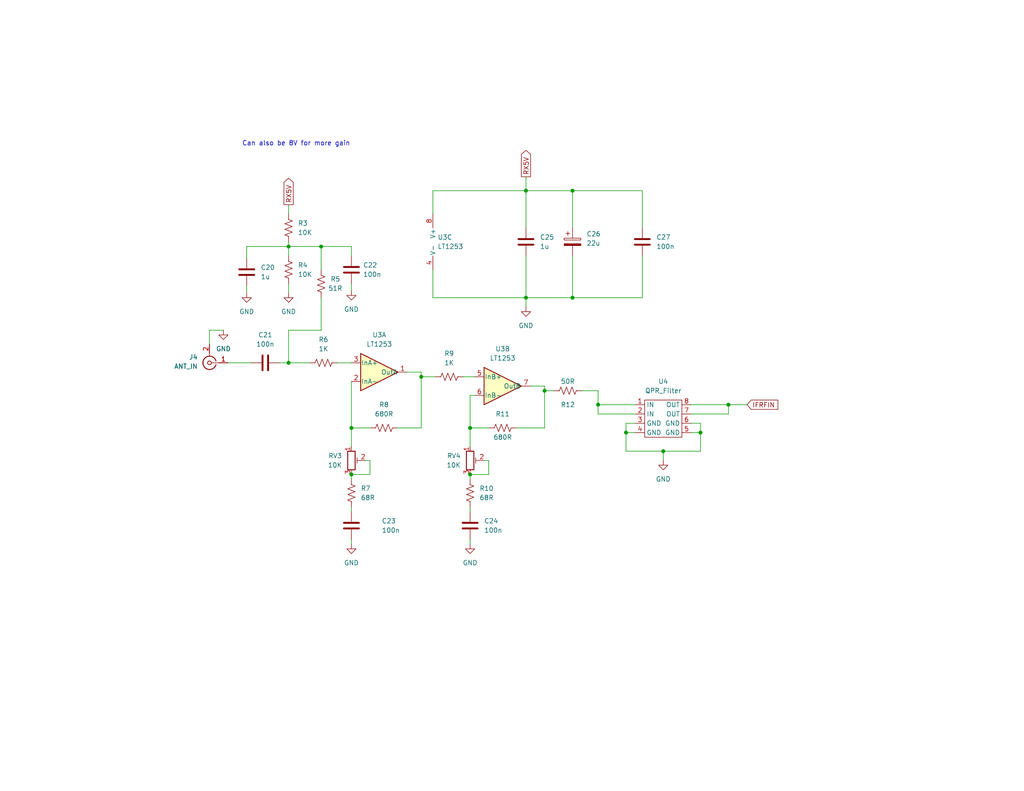
<source format=kicad_sch>
(kicad_sch (version 20211123) (generator eeschema)
  (paper "A")
  (title_block (title "Phoenix 612: RF AMP") (date "2022-08-31") (rev "0.1a") (company "DATER (Dave Peter)"))
  (lib_symbols
    (symbol "Connector:Conn_Coaxial" (pin_names (offset 1.016) hide)
      (property "Reference" "J" (at 0.254 3.048 0))
      (property "Value" "Conn_Coaxial" (at 2.921 0 90))
      (symbol "Conn_Coaxial_0_1"
        (arc (start -1.778 -0.508) (mid 0.2311 -1.8066) (end 1.778 0) (stroke (width 0.254)))
        (polyline (pts (xy -2.54 0) (xy -0.508 0)))
        (polyline (pts (xy 0 -2.54) (xy 0 -1.778)))
        (circle (center 0 0) (radius 0.508) (stroke (width 0.2032)))
        (arc (start 1.778 0) (mid 0.2099 1.8101) (end -1.778 0.508) (stroke (width 0.254)))
      )
      (symbol "Conn_Coaxial_1_1"
        (pin passive line (at -5.08 0 0) (length 2.54) (name "In") (number "1"))
        (pin passive line (at 0 -5.08 90) (length 2.54) (name "Ext") (number "2"))
      )
    )
    (symbol "Custom_RF:LT1253" (pin_names (offset 0.127))
      (property "Reference" "U" (at 2.54 6.35 0))
      (property "Value" "LT1253" (at 1.27 -6.35 0))
      (symbol "LT1253_1_1"
        (polyline (pts (xy -5.08 5.08) (xy 5.08 0) (xy -5.08 -5.08) (xy -5.08 5.08)) (stroke (width 0.254)) (fill (type background)))
        (pin output line (at 7.62 0 180) (length 2.54) (name "OutA") (number "1"))
        (pin input line (at -7.62 -2.54 0) (length 2.54) (name "InA-") (number "2"))
        (pin input line (at -7.62 2.54 0) (length 2.54) (name "InA+") (number "3"))
      )
      (symbol "LT1253_2_1"
        (polyline (pts (xy -5.08 5.08) (xy 5.08 0) (xy -5.08 -5.08) (xy -5.08 5.08)) (stroke (width 0.254)) (fill (type background)))
        (pin input line (at -7.62 2.54 0) (length 2.54) (name "InB+") (number "5"))
        (pin input line (at -7.62 -2.54 0) (length 2.54) (name "InB-") (number "6"))
        (pin output line (at 7.62 0 180) (length 2.54) (name "OutB") (number "7"))
      )
      (symbol "LT1253_3_1"
        (pin power_in line (at -2.54 -7.62 90) (length 3.81) (name "V-") (number "4"))
        (pin power_in line (at -2.54 7.62 270) (length 3.81) (name "V+") (number "8"))
      )
    )
    (symbol "Custom_RF:QPR_Filter"
      (property "Reference" "U" (at 0 7.62 0))
      (property "Value" "QPR_Filter" (at 0 -7.62 0))
      (symbol "QPR_Filter_0_1"
        (rectangle (start -5.08 5.08) (end 5.08 -5.08))
      )
      (symbol "QPR_Filter_1_1"
        (pin bidirectional line (at -7.62 3.81 0) (length 2.54) (name "IN") (number "1"))
        (pin bidirectional line (at -7.62 1.27 0) (length 2.54) (name "IN") (number "2"))
        (pin power_in line (at -7.62 -1.27 0) (length 2.54) (name "GND") (number "3"))
        (pin power_in line (at -7.62 -3.81 0) (length 2.54) (name "GND") (number "4"))
        (pin power_in line (at 7.62 -3.81 180) (length 2.54) (name "GND") (number "5"))
        (pin power_in line (at 7.62 -1.27 180) (length 2.54) (name "GND") (number "6"))
        (pin bidirectional line (at 7.62 1.27 180) (length 2.54) (name "OUT") (number "7"))
        (pin bidirectional line (at 7.62 3.81 180) (length 2.54) (name "OUT") (number "8"))
      )
    )
    (symbol "Device:C" (pin_numbers hide) (pin_names (offset 0.254))
      (property "Reference" "C" (at 0.635 2.54 0))
      (property "Value" "C" (at 0.635 -2.54 0))
      (symbol "C_0_1"
        (polyline (pts (xy -2.032 -0.762) (xy 2.032 -0.762)) (stroke (width 0.508)))
        (polyline (pts (xy -2.032 0.762) (xy 2.032 0.762)) (stroke (width 0.508)))
      )
      (symbol "C_1_1"
        (pin passive line (at 0 3.81 270) (length 2.794) (name "~") (number "1"))
        (pin passive line (at 0 -3.81 90) (length 2.794) (name "~") (number "2"))
      )
    )
    (symbol "Device:C_Polarized" (pin_numbers hide) (pin_names (offset 0.254))
      (property "Reference" "C" (at 0.635 2.54 0))
      (property "Value" "C_Polarized" (at 0.635 -2.54 0))
      (symbol "C_Polarized_0_1"
        (rectangle (start -2.286 0.508) (end 2.286 1.016))
        (polyline (pts (xy -1.778 2.286) (xy -0.762 2.286)))
        (polyline (pts (xy -1.27 2.794) (xy -1.27 1.778)))
        (rectangle (start 2.286 -0.508) (end -2.286 -1.016) (fill (type outline)))
      )
      (symbol "C_Polarized_1_1"
        (pin passive line (at 0 3.81 270) (length 2.794) (name "~") (number "1"))
        (pin passive line (at 0 -3.81 90) (length 2.794) (name "~") (number "2"))
      )
    )
    (symbol "Device:R_Potentiometer_Trim" (pin_names (offset 1.016) hide)
      (property "Reference" "RV" (at -4.445 0 90))
      (property "Value" "R_Potentiometer_Trim" (at -2.54 0 90))
      (symbol "R_Potentiometer_Trim_0_1"
        (polyline (pts (xy 1.524 0.762) (xy 1.524 -0.762)))
        (polyline (pts (xy 2.54 0) (xy 1.524 0)))
        (rectangle (start 1.016 2.54) (end -1.016 -2.54) (stroke (width 0.254)))
      )
      (symbol "R_Potentiometer_Trim_1_1"
        (pin passive line (at 0 3.81 270) (length 1.27) (name "1") (number "1"))
        (pin passive line (at 3.81 0 180) (length 1.27) (name "2") (number "2"))
        (pin passive line (at 0 -3.81 90) (length 1.27) (name "3") (number "3"))
      )
    )
    (symbol "Device:R_US" (pin_numbers hide) (pin_names (offset 0))
      (property "Reference" "R" (at 2.54 0 90))
      (property "Value" "R_US" (at -2.54 0 90))
      (symbol "R_US_0_1"
        (polyline (pts (xy 0 -2.286) (xy 0 -2.54)))
        (polyline (pts (xy 0 2.286) (xy 0 2.54)))
        (polyline (pts (xy 0 -0.762) (xy 1.016 -1.143) (xy 0 -1.524) (xy -1.016 -1.905) (xy 0 -2.286)))
        (polyline (pts (xy 0 0.762) (xy 1.016 0.381) (xy 0 0) (xy -1.016 -0.381) (xy 0 -0.762)))
        (polyline (pts (xy 0 2.286) (xy 1.016 1.905) (xy 0 1.524) (xy -1.016 1.143) (xy 0 0.762)))
      )
      (symbol "R_US_1_1"
        (pin passive line (at 0 3.81 270) (length 1.27) (name "~") (number "1"))
        (pin passive line (at 0 -3.81 90) (length 1.27) (name "~") (number "2"))
      )
    )
    (symbol "power:GND" (power) (pin_names (offset 0))
      (property "Value" "GND" (at 0 -3.81 0))
      (symbol "GND_0_1"
        (polyline (pts (xy 0 0) (xy 0 -1.27) (xy 1.27 -1.27) (xy 0 -2.54) (xy -1.27 -1.27) (xy 0 -1.27)))
      )
      (symbol "GND_1_1"
        (pin power_in line (at 0 0 270) (length 0) hide (name "GND") (number "1"))
      )
    )
  )
  (junction (at 143.51 81.28))
  (junction (at 156.21 81.28))
  (junction (at 78.74 99.06))
  (junction (at 180.975 123.19))
  (junction (at 163.195 110.49))
  (junction (at 128.27 116.84))
  (junction (at 95.885 116.84))
  (junction (at 156.21 52.07))
  (junction (at 143.51 52.07))
  (junction (at 95.885 129.54))
  (junction (at 78.74 67.31))
  (junction (at 87.63 67.31))
  (junction (at 128.27 129.54))
  (junction (at 170.815 118.11))
  (junction (at 148.59 106.68))
  (junction (at 114.935 102.87))
  (junction (at 191.135 118.11))
  (junction (at 198.755 110.49))
  (wire (pts (xy 163.195 113.03) (xy 173.355 113.03)))
  (wire (pts (xy 118.11 81.28) (xy 143.51 81.28)))
  (wire (pts (xy 128.27 116.84) (xy 128.27 121.92)))
  (wire (pts (xy 188.595 113.03) (xy 198.755 113.03)))
  (wire (pts (xy 95.885 67.31) (xy 95.885 69.85)))
  (wire (pts (xy 60.96 90.17) (xy 57.15 90.17)))
  (wire (pts (xy 156.21 69.85) (xy 156.21 81.28)))
  (wire (pts (xy 57.15 90.17) (xy 57.15 93.98)))
  (wire (pts (xy 128.27 138.43) (xy 128.27 139.7)))
  (wire (pts (xy 129.54 107.95) (xy 128.27 107.95)))
  (wire (pts (xy 78.74 77.47) (xy 78.74 80.01)))
  (wire (pts (xy 108.585 116.84) (xy 114.935 116.84)))
  (wire (pts (xy 198.755 110.49) (xy 198.755 113.03)))
  (wire (pts (xy 111.125 101.6) (xy 114.935 101.6)))
  (wire (pts (xy 78.74 99.06) (xy 84.455 99.06)))
  (wire (pts (xy 156.21 81.28) (xy 175.26 81.28)))
  (wire (pts (xy 92.075 99.06) (xy 95.885 99.06)))
  (wire (pts (xy 143.51 48.26) (xy 143.51 52.07)))
  (wire (pts (xy 95.885 79.375) (xy 95.885 77.47)))
  (wire (pts (xy 100.965 125.73) (xy 100.965 129.54)))
  (wire (pts (xy 78.74 66.04) (xy 78.74 67.31)))
  (wire (pts (xy 143.51 52.07) (xy 156.21 52.07)))
  (wire (pts (xy 188.595 118.11) (xy 191.135 118.11)))
  (wire (pts (xy 188.595 115.57) (xy 191.135 115.57)))
  (wire (pts (xy 95.885 138.43) (xy 95.885 139.7)))
  (wire (pts (xy 163.195 113.03) (xy 163.195 110.49)))
  (wire (pts (xy 87.63 90.17) (xy 78.74 90.17)))
  (wire (pts (xy 78.74 67.31) (xy 87.63 67.31)))
  (wire (pts (xy 128.27 147.32) (xy 128.27 148.59)))
  (wire (pts (xy 143.51 69.85) (xy 143.51 81.28)))
  (wire (pts (xy 78.74 55.88) (xy 78.74 58.42)))
  (wire (pts (xy 143.51 81.28) (xy 156.21 81.28)))
  (wire (pts (xy 191.135 115.57) (xy 191.135 118.11)))
  (wire (pts (xy 175.26 52.07) (xy 175.26 62.23)))
  (wire (pts (xy 148.59 106.68) (xy 151.13 106.68)))
  (wire (pts (xy 144.78 105.41) (xy 148.59 105.41)))
  (wire (pts (xy 143.51 81.28) (xy 143.51 83.82)))
  (wire (pts (xy 87.63 81.28) (xy 87.63 90.17)))
  (wire (pts (xy 114.935 102.87) (xy 114.935 116.84)))
  (wire (pts (xy 143.51 52.07) (xy 118.11 52.07)))
  (wire (pts (xy 118.11 73.66) (xy 118.11 81.28)))
  (wire (pts (xy 180.975 123.19) (xy 191.135 123.19)))
  (wire (pts (xy 95.885 67.31) (xy 87.63 67.31)))
  (wire (pts (xy 170.815 118.11) (xy 173.355 118.11)))
  (wire (pts (xy 132.08 125.73) (xy 133.35 125.73)))
  (wire (pts (xy 170.815 115.57) (xy 170.815 118.11)))
  (wire (pts (xy 78.74 67.31) (xy 78.74 69.85)))
  (wire (pts (xy 128.27 129.54) (xy 133.35 129.54)))
  (wire (pts (xy 99.695 125.73) (xy 100.965 125.73)))
  (wire (pts (xy 140.97 116.84) (xy 148.59 116.84)))
  (wire (pts (xy 78.74 67.31) (xy 67.31 67.31)))
  (wire (pts (xy 175.26 81.28) (xy 175.26 69.85)))
  (wire (pts (xy 114.935 102.87) (xy 118.745 102.87)))
  (wire (pts (xy 148.59 106.68) (xy 148.59 116.84)))
  (wire (pts (xy 143.51 52.07) (xy 143.51 62.23)))
  (wire (pts (xy 95.885 147.32) (xy 95.885 148.59)))
  (wire (pts (xy 170.815 118.11) (xy 170.815 123.19)))
  (wire (pts (xy 62.23 99.06) (xy 68.58 99.06)))
  (wire (pts (xy 128.27 116.84) (xy 133.35 116.84)))
  (wire (pts (xy 95.885 129.54) (xy 100.965 129.54)))
  (wire (pts (xy 95.885 104.14) (xy 95.885 116.84)))
  (wire (pts (xy 156.21 52.07) (xy 156.21 62.23)))
  (wire (pts (xy 128.27 129.54) (xy 128.27 130.81)))
  (wire (pts (xy 95.885 116.84) (xy 95.885 121.92)))
  (wire (pts (xy 114.935 101.6) (xy 114.935 102.87)))
  (wire (pts (xy 76.2 99.06) (xy 78.74 99.06)))
  (wire (pts (xy 148.59 105.41) (xy 148.59 106.68)))
  (wire (pts (xy 180.975 123.19) (xy 180.975 125.73)))
  (wire (pts (xy 95.885 129.54) (xy 95.885 130.81)))
  (wire (pts (xy 173.355 115.57) (xy 170.815 115.57)))
  (wire (pts (xy 128.27 107.95) (xy 128.27 116.84)))
  (wire (pts (xy 67.31 67.31) (xy 67.31 70.485)))
  (wire (pts (xy 126.365 102.87) (xy 129.54 102.87)))
  (wire (pts (xy 163.195 106.68) (xy 163.195 110.49)))
  (wire (pts (xy 170.815 123.19) (xy 180.975 123.19)))
  (wire (pts (xy 67.31 80.01) (xy 67.31 78.105)))
  (wire (pts (xy 87.63 67.31) (xy 87.63 73.66)))
  (wire (pts (xy 188.595 110.49) (xy 198.755 110.49)))
  (wire (pts (xy 78.74 90.17) (xy 78.74 99.06)))
  (wire (pts (xy 133.35 125.73) (xy 133.35 129.54)))
  (wire (pts (xy 163.195 110.49) (xy 173.355 110.49)))
  (wire (pts (xy 158.75 106.68) (xy 163.195 106.68)))
  (wire (pts (xy 191.135 123.19) (xy 191.135 118.11)))
  (wire (pts (xy 118.11 52.07) (xy 118.11 58.42)))
  (wire (pts (xy 95.885 116.84) (xy 100.965 116.84)))
  (wire (pts (xy 156.21 52.07) (xy 175.26 52.07)))
  (wire (pts (xy 198.755 110.49) (xy 203.835 110.49)))
  (text "Can also be 8V for more gain" (at 66.04 40.005 0) (effects (font (size 1.27 1.27)) (justify left bottom)))
  (global_label "IFRFIN" (shape input) (at 203.835 110.49 0) (property "Intersheet References" "${INTERSHEET_REFS}" (effects hide)))
  (global_label "RX5V" (shape output) (at 78.74 55.88 90) (property "Intersheet References" "${INTERSHEET_REFS}" (effects hide)))
  (global_label "RX5V" (shape output) (at 143.51 48.26 90) (property "Intersheet References" "${INTERSHEET_REFS}" (effects hide)))
  (symbol (lib_id "Device:C") (at 95.885 73.66 0) (unit 1)
    (property "Reference" "C22" (at 99.06 72.3899 0) (effects (justify left)))
    (property "Value" "100n" (at 99.06 74.9299 0) (effects (justify left)))
    (property "Footprint" "Capacitor_SMD:C_1206_3216Metric" (effects hide))
  )
  (symbol (lib_id "Device:C") (at 143.51 66.04 0) (unit 1)
    (property "Reference" "C25" (at 147.32 64.7699 0) (effects (justify left)))
    (property "Value" "1u" (at 147.32 67.3099 0) (effects (justify left)))
    (property "Footprint" "Capacitor_SMD:C_1206_3216Metric" (effects hide))
  )
  (symbol (lib_id "power:GND") (at 180.975 125.73 0) (unit 1)
    (property "Reference" "#PWR021" (effects hide))
    (property "Value" "GND" (at 180.975 130.81 0))
  )
  (symbol (lib_id "Device:R_US") (at 87.63 77.47 180) (unit 1)
    (property "Reference" "R5" (at 90.17 76.2 0) (effects (justify right)))
    (property "Value" "51R" (at 89.535 78.74 0) (effects (justify right)))
    (property "Footprint" "Resistor_SMD:R_1206_3216Metric" (effects hide))
  )
  (symbol (lib_id "Connector:Conn_Coaxial") (at 57.15 99.06 180) (unit 1)
    (property "Reference" "J4" (at 53.975 97.4967 0) (effects (justify left)))
    (property "Value" "ANT_IN" (at 53.975 100.0367 0) (effects (justify left)))
    (property "Footprint" "Connector_Coaxial:SMA_Amphenol_901-144_Vertical" (effects hide))
    (property "Datasheet" " ~" (effects hide))
  )
  (symbol (lib_id "Custom_RF:LT1253") (at 120.65 66.04 0) (unit 3)
    (property "Reference" "U3" (at 119.38 64.7699 0) (effects (justify left)))
    (property "Value" "LT1253" (at 119.38 67.3099 0) (effects (justify left)))
    (property "Footprint" "Package_DIP:DIP-8_W7.62mm" (effects hide))
    (property "Datasheet" "https://www.analog.com/media/en/technical-documentation/data-sheets/lt1253.pdf" (effects hide))
  )
  (symbol (lib_id "Device:C") (at 175.26 66.04 0) (unit 1)
    (property "Reference" "C27" (at 179.07 64.7699 0) (effects (justify left)))
    (property "Value" "100n" (at 179.07 67.3099 0) (effects (justify left)))
    (property "Footprint" "Capacitor_SMD:C_1206_3216Metric" (effects hide))
  )
  (symbol (lib_id "power:GND") (at 128.27 148.59 0) (unit 1)
    (property "Reference" "#PWR019" (effects hide))
    (property "Value" "GND" (at 128.27 153.67 0))
  )
  (symbol (lib_id "power:GND") (at 95.885 148.59 0) (unit 1)
    (property "Reference" "#PWR018" (effects hide))
    (property "Value" "GND" (at 95.885 153.67 0))
  )
  (symbol (lib_id "Device:R_US") (at 104.775 116.84 90) (unit 1)
    (property "Reference" "R8" (at 104.775 110.49 90))
    (property "Value" "680R" (at 104.775 113.03 90))
    (property "Footprint" "Resistor_SMD:R_1206_3216Metric" (effects hide))
  )
  (symbol (lib_id "Device:R_US") (at 128.27 134.62 0) (unit 1)
    (property "Reference" "R10" (at 130.81 133.3499 0) (effects (justify left)))
    (property "Value" "68R" (at 130.81 135.8899 0) (effects (justify left)))
    (property "Footprint" "Resistor_SMD:R_1206_3216Metric" (effects hide))
  )
  (symbol (lib_id "Device:R_US") (at 154.94 106.68 90) (unit 1)
    (property "Reference" "R12" (at 154.94 110.49 90))
    (property "Value" "50R" (at 154.94 104.14 90))
    (property "Footprint" "Resistor_SMD:R_1206_3216Metric" (effects hide))
  )
  (symbol (lib_id "Custom_RF:QPR_Filter") (at 180.975 114.3 0) (unit 1)
    (property "Reference" "U4" (at 180.975 104.14 0))
    (property "Value" "QPR_Filter" (at 180.975 106.68 0))
    (property "Footprint" "Custom_RF:QRPLabs_Filter_TH" (effects hide))
    (property "Datasheet" "https://www.qrp-labs.com/lpfkit.html" (effects hide))
  )
  (symbol (lib_id "Custom_RF:LT1253") (at 137.16 105.41 0) (unit 2)
    (property "Reference" "U3" (at 137.16 95.25 0))
    (property "Value" "LT1253" (at 137.16 97.79 0))
    (property "Footprint" "Package_DIP:DIP-8_W7.62mm" (effects hide))
    (property "Datasheet" "https://www.analog.com/media/en/technical-documentation/data-sheets/lt1253.pdf" (effects hide))
  )
  (symbol (lib_id "Device:C") (at 128.27 143.51 0) (unit 1)
    (property "Reference" "C24" (at 132.08 142.2399 0) (effects (justify left)))
    (property "Value" "100n" (at 132.08 144.7799 0) (effects (justify left)))
    (property "Footprint" "Capacitor_SMD:C_1206_3216Metric" (effects hide))
  )
  (symbol (lib_id "Device:R_Potentiometer_Trim") (at 128.27 125.73 0) (unit 1)
    (property "Reference" "RV4" (at 125.73 124.4599 0) (effects (justify right)))
    (property "Value" "10K" (at 125.73 126.9999 0) (effects (justify right)))
    (property "Footprint" "Potentiometer_THT:Potentiometer_Bourns_3296W_Vertical" (effects hide))
  )
  (symbol (lib_id "Device:R_US") (at 78.74 73.66 0) (unit 1)
    (property "Reference" "R4" (at 81.28 72.3899 0) (effects (justify left)))
    (property "Value" "10K" (at 81.28 74.9299 0) (effects (justify left)))
    (property "Footprint" "Resistor_SMD:R_1206_3216Metric" (effects hide))
  )
  (symbol (lib_id "power:GND") (at 78.74 80.01 0) (unit 1)
    (property "Reference" "#PWR016" (effects hide))
    (property "Value" "GND" (at 78.74 85.09 0))
  )
  (symbol (lib_id "power:GND") (at 143.51 83.82 0) (unit 1)
    (property "Reference" "#PWR020" (effects hide))
    (property "Value" "GND" (at 143.51 88.9 0))
  )
  (symbol (lib_id "Device:C") (at 95.885 143.51 0) (unit 1)
    (property "Reference" "C23" (at 104.14 142.2399 0) (effects (justify left)))
    (property "Value" "100n" (at 104.14 144.7799 0) (effects (justify left)))
    (property "Footprint" "Capacitor_SMD:C_1206_3216Metric" (effects hide))
  )
  (symbol (lib_id "power:GND") (at 60.96 90.17 0) (unit 1)
    (property "Reference" "#PWR014" (effects hide))
    (property "Value" "GND" (at 60.96 95.25 0))
  )
  (symbol (lib_id "power:GND") (at 67.31 80.01 0) (unit 1)
    (property "Reference" "#PWR015" (effects hide))
    (property "Value" "GND" (at 67.31 85.09 0))
  )
  (symbol (lib_id "Device:R_US") (at 78.74 62.23 0) (unit 1)
    (property "Reference" "R3" (at 81.28 60.9599 0) (effects (justify left)))
    (property "Value" "10K" (at 81.28 63.4999 0) (effects (justify left)))
    (property "Footprint" "Resistor_SMD:R_1206_3216Metric" (effects hide))
  )
  (symbol (lib_id "Device:R_US") (at 95.885 134.62 0) (unit 1)
    (property "Reference" "R7" (at 98.425 133.3499 0) (effects (justify left)))
    (property "Value" "68R" (at 98.425 135.8899 0) (effects (justify left)))
    (property "Footprint" "Resistor_SMD:R_1206_3216Metric" (effects hide))
  )
  (symbol (lib_id "Device:R_Potentiometer_Trim") (at 95.885 125.73 0) (unit 1)
    (property "Reference" "RV3" (at 93.345 124.4599 0) (effects (justify right)))
    (property "Value" "10K" (at 93.345 126.9999 0) (effects (justify right)))
    (property "Footprint" "Potentiometer_THT:Potentiometer_Bourns_3296W_Vertical" (effects hide))
  )
  (symbol (lib_id "Device:C") (at 72.39 99.06 90) (unit 1)
    (property "Reference" "C21" (at 72.39 91.44 90))
    (property "Value" "100n" (at 72.39 93.98 90))
    (property "Footprint" "Capacitor_SMD:C_1206_3216Metric" (effects hide))
  )
  (symbol (lib_id "Device:R_US") (at 88.265 99.06 90) (unit 1)
    (property "Reference" "R6" (at 88.265 92.71 90))
    (property "Value" "1K" (at 88.265 95.25 90))
    (property "Footprint" "Resistor_SMD:R_1206_3216Metric" (effects hide))
  )
  (symbol (lib_id "Device:R_US") (at 137.16 116.84 270) (unit 1)
    (property "Reference" "R11" (at 137.16 113.03 90))
    (property "Value" "680R" (at 137.16 119.38 90))
    (property "Footprint" "Resistor_SMD:R_1206_3216Metric" (effects hide))
  )
  (symbol (lib_id "Device:R_US") (at 122.555 102.87 90) (unit 1)
    (property "Reference" "R9" (at 122.555 96.52 90))
    (property "Value" "1K" (at 122.555 99.06 90))
    (property "Footprint" "Resistor_SMD:R_1206_3216Metric" (effects hide))
  )
  (symbol (lib_id "power:GND") (at 95.885 79.375 0) (unit 1)
    (property "Reference" "#PWR017" (effects hide))
    (property "Value" "GND" (at 95.885 84.455 0))
  )
  (symbol (lib_id "Device:C") (at 67.31 74.295 0) (unit 1)
    (property "Reference" "C20" (at 71.12 73.0249 0) (effects (justify left)))
    (property "Value" "1u" (at 71.12 75.5649 0) (effects (justify left)))
    (property "Footprint" "Capacitor_SMD:C_1206_3216Metric" (effects hide))
  )
  (symbol (lib_id "Custom_RF:LT1253") (at 103.505 101.6 0) (unit 1)
    (property "Reference" "U3" (at 103.505 91.44 0))
    (property "Value" "LT1253" (at 103.505 93.98 0))
    (property "Footprint" "Package_DIP:DIP-8_W7.62mm" (effects hide))
    (property "Datasheet" "https://www.analog.com/media/en/technical-documentation/data-sheets/lt1253.pdf" (effects hide))
  )
  (symbol (lib_id "Device:C_Polarized") (at 156.21 66.04 0) (unit 1)
    (property "Reference" "C26" (at 160.02 63.8809 0) (effects (justify left)))
    (property "Value" "22u" (at 160.02 66.4209 0) (effects (justify left)))
    (property "Footprint" "Capacitor_THT:CP_Radial_D8.0mm_P2.50mm" (effects hide))
  )
)
</source>
